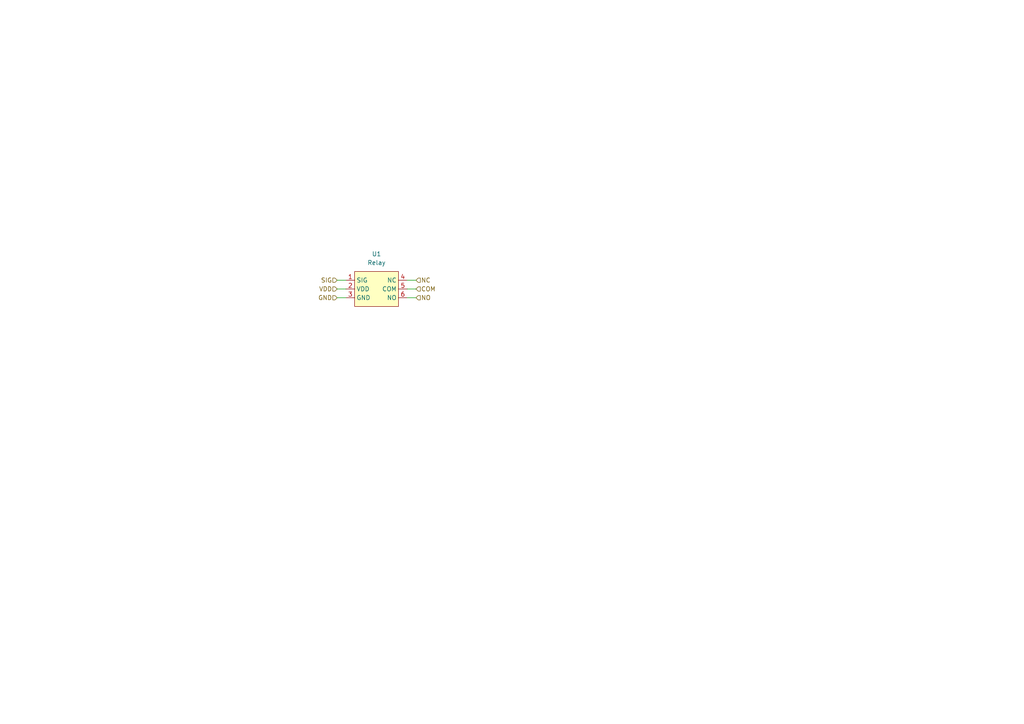
<source format=kicad_sch>
(kicad_sch (version 20250114) (generator "eeschema") (generator_version "9.0")
  (paper "A4")
  (lib_symbols
    (symbol "LibraryforCMG:RelayWithDriver"
      (property "Reference" "U" (at 0 5.842 0))
      (symbol "RelayWithDriver_1_1"
        (rectangle (start -6.35 3.81) (end 6.35 -6.35) (fill (type background)))
        (pin passive line (at -8.89 1.27 0) (length 2.54) (name "SIG") (number "1"))
        (pin passive line (at -8.89 -1.27 0) (length 2.54) (name "VDD") (number "2"))
        (pin passive line (at -8.89 -3.81 0) (length 2.54) (name "GND") (number "3"))
        (pin passive line (at 8.89 1.27 180) (length 2.54) (name "NC") (number "4"))
        (pin passive line (at 8.89 -1.27 180) (length 2.54) (name "COM") (number "5"))
        (pin passive line (at 8.89 -3.81 180) (length 2.54) (name "NO") (number "6"))
      )
    )
  )
  (wire (pts (xy 97.79 83.82) (xy 100.33 83.82)))
  (wire (pts (xy 118.11 81.28) (xy 120.65 81.28)))
  (wire (pts (xy 97.79 86.36) (xy 100.33 86.36)))
  (wire (pts (xy 97.79 81.28) (xy 100.33 81.28)))
  (wire (pts (xy 118.11 83.82) (xy 120.65 83.82)))
  (wire (pts (xy 118.11 86.36) (xy 120.65 86.36)))
  (hierarchical_label "NO" (shape input) (at 120.65 86.36 0))
  (hierarchical_label "NC" (shape input) (at 120.65 81.28 0))
  (hierarchical_label "COM" (shape input) (at 120.65 83.82 0))
  (hierarchical_label "VDD" (shape input) (at 97.79 83.82 180))
  (hierarchical_label "SIG" (shape input) (at 97.79 81.28 180))
  (hierarchical_label "GND" (shape input) (at 97.79 86.36 180))
  (symbol (lib_id "LibraryforCMG:RelayWithDriver") (at 109.22 82.55 0) (unit 1)
    (property "Reference" "U1" (at 109.22 73.66 0))
    (property "Value" "Relay" (at 109.22 76.2 0))
  )
)
</source>
